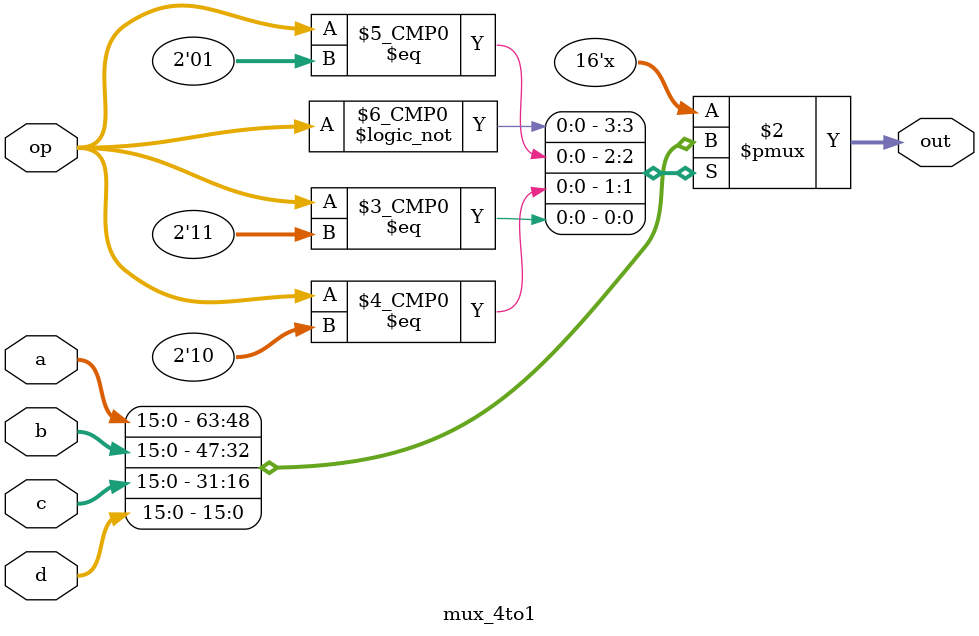
<source format=v>
`timescale 1ns/10ps

module tb_mux_4to1();

wire [15:0] out;
reg [15:0] a,b,c,d;
reg [1:0] op;

mux_4to1 uut(out,a,b,c,d,op);

initial
begin
#20  op=2'b00; a=16'd7; b=16'hFFFD; c=16'd56; d=16'hF16D;
#20  op=2'b01; a=16'b0000000000001000; b=16'd4; c=16'd45; d=16'hF0FD;
#20  op=2'b10; a=16'b0000000000001000; b=16'd4; c=16'd45; d=16'hF0FD;
#20  op=2'b11; a=16'b0000000000001000; b=16'd4; c=16'd45; d=16'hF0FD;
#20  $finish;
end
	
initial
begin
$dumpfile("mux_4to1.vcd");
$dumpvars;
end
endmodule
 
module mux_4to1(out,a,b,c,d,op);
	
output reg [15:0] out;
input [15:0] a,b,c,d;
input [1:0] op;
always @(op)
begin
	case(op)
		2'b00: out = a;
		2'b01: out = b;
		2'b10: out = c;
		2'b11: out = d;
		default: out = 16'b0;
	endcase
end
endmodule 


</source>
